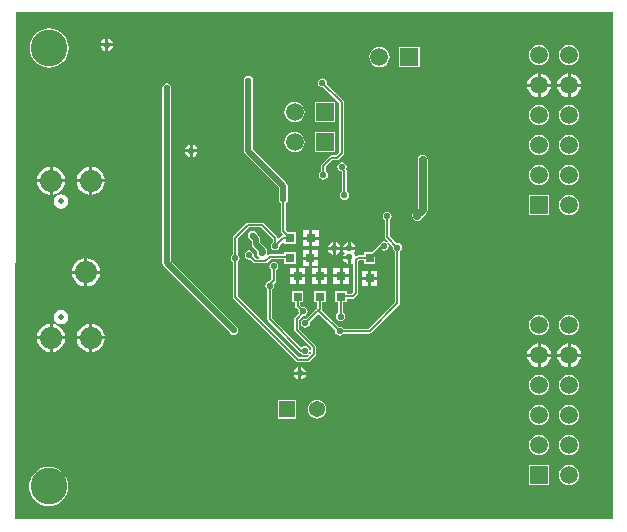
<source format=gbr>
%TF.GenerationSoftware,Altium Limited,Altium Designer,19.1.7 (138)*%
G04 Layer_Physical_Order=2*
G04 Layer_Color=16711680*
%FSLAX45Y45*%
%MOMM*%
%TF.FileFunction,Copper,L2,Bot,Signal*%
%TF.Part,Single*%
G01*
G75*
%TA.AperFunction,SMDPad,CuDef*%
%ADD12R,0.80000X0.80000*%
%ADD18R,0.80000X0.80000*%
%TA.AperFunction,Conductor*%
%ADD22C,0.20320*%
%ADD23C,0.50800*%
%ADD24C,0.63500*%
%ADD25C,0.25400*%
%TA.AperFunction,ComponentPad*%
%ADD26C,1.37000*%
%ADD27R,1.37000X1.37000*%
%ADD28C,1.50000*%
%ADD29R,1.50000X1.50000*%
%TA.AperFunction,WasherPad*%
%ADD30C,3.10000*%
%TA.AperFunction,ComponentPad*%
%ADD31C,1.87500*%
%ADD32C,0.50000*%
%TA.AperFunction,ViaPad*%
%ADD33C,0.55880*%
G36*
X8369300Y3317240D02*
X8361680Y3309620D01*
X3318606D01*
X3309631Y3318606D01*
X3314692Y7602656D01*
X3319780Y7604760D01*
X8369300D01*
Y3317240D01*
D02*
G37*
%LPC*%
G36*
X4099560Y7379759D02*
Y7340600D01*
X4138719D01*
X4137105Y7348712D01*
X4125316Y7366356D01*
X4107672Y7378145D01*
X4099560Y7379759D01*
D02*
G37*
G36*
X4074160D02*
X4066048Y7378145D01*
X4048404Y7366356D01*
X4036615Y7348712D01*
X4035001Y7340600D01*
X4074160D01*
Y7379759D01*
D02*
G37*
G36*
X4138719Y7315200D02*
X4099560D01*
Y7276041D01*
X4107672Y7277655D01*
X4125316Y7289444D01*
X4137105Y7307088D01*
X4138719Y7315200D01*
D02*
G37*
G36*
X4074160D02*
X4035001D01*
X4036615Y7307088D01*
X4048404Y7289444D01*
X4066048Y7277655D01*
X4074160Y7276041D01*
Y7315200D01*
D02*
G37*
G36*
X8001000Y7324895D02*
X7978769Y7321968D01*
X7958053Y7313387D01*
X7940263Y7299737D01*
X7926613Y7281947D01*
X7918032Y7261231D01*
X7915105Y7239000D01*
X7918032Y7216769D01*
X7926613Y7196053D01*
X7940263Y7178263D01*
X7958053Y7164613D01*
X7978769Y7156032D01*
X8001000Y7153105D01*
X8023231Y7156032D01*
X8043947Y7164613D01*
X8061737Y7178263D01*
X8075387Y7196053D01*
X8083968Y7216769D01*
X8086895Y7239000D01*
X8083968Y7261231D01*
X8075387Y7281947D01*
X8061737Y7299737D01*
X8043947Y7313387D01*
X8023231Y7321968D01*
X8001000Y7324895D01*
D02*
G37*
G36*
X7747000D02*
X7724769Y7321968D01*
X7704053Y7313387D01*
X7686263Y7299737D01*
X7672613Y7281947D01*
X7664032Y7261231D01*
X7661105Y7239000D01*
X7664032Y7216769D01*
X7672613Y7196053D01*
X7686263Y7178263D01*
X7704053Y7164613D01*
X7724769Y7156032D01*
X7747000Y7153105D01*
X7769231Y7156032D01*
X7789947Y7164613D01*
X7807737Y7178263D01*
X7821387Y7196053D01*
X7829968Y7216769D01*
X7832895Y7239000D01*
X7829968Y7261231D01*
X7821387Y7281947D01*
X7807737Y7299737D01*
X7789947Y7313387D01*
X7769231Y7321968D01*
X7747000Y7324895D01*
D02*
G37*
G36*
X6735160Y7310160D02*
X6564840D01*
Y7139840D01*
X6735160D01*
Y7310160D01*
D02*
G37*
G36*
X6396000Y7310895D02*
X6373769Y7307968D01*
X6353053Y7299387D01*
X6335263Y7285737D01*
X6321613Y7267947D01*
X6313032Y7247231D01*
X6310105Y7225000D01*
X6313032Y7202769D01*
X6321613Y7182053D01*
X6335263Y7164263D01*
X6353053Y7150613D01*
X6373769Y7142032D01*
X6396000Y7139105D01*
X6418231Y7142032D01*
X6438947Y7150613D01*
X6456737Y7164263D01*
X6470387Y7182053D01*
X6478968Y7202769D01*
X6481895Y7225000D01*
X6478968Y7247231D01*
X6470387Y7267947D01*
X6456737Y7285737D01*
X6438947Y7299387D01*
X6418231Y7307968D01*
X6396000Y7310895D01*
D02*
G37*
G36*
X3600000Y7465959D02*
X3567623Y7462770D01*
X3536490Y7453326D01*
X3507798Y7437990D01*
X3482649Y7417351D01*
X3462010Y7392202D01*
X3446674Y7363510D01*
X3437230Y7332377D01*
X3434041Y7300000D01*
X3437230Y7267623D01*
X3446674Y7236490D01*
X3462010Y7207798D01*
X3482649Y7182649D01*
X3507798Y7162010D01*
X3536490Y7146674D01*
X3567623Y7137230D01*
X3600000Y7134041D01*
X3632377Y7137230D01*
X3663510Y7146674D01*
X3692202Y7162010D01*
X3717351Y7182649D01*
X3737990Y7207798D01*
X3753326Y7236490D01*
X3762770Y7267623D01*
X3765959Y7300000D01*
X3762770Y7332377D01*
X3753326Y7363510D01*
X3737990Y7392202D01*
X3717351Y7417351D01*
X3692202Y7437990D01*
X3663510Y7453326D01*
X3632377Y7462770D01*
X3600000Y7465959D01*
D02*
G37*
G36*
X8013700Y7084594D02*
Y6997700D01*
X8100594D01*
X8098816Y7011210D01*
X8088699Y7035633D01*
X8072606Y7056606D01*
X8051633Y7072699D01*
X8027210Y7082816D01*
X8013700Y7084594D01*
D02*
G37*
G36*
X7759700D02*
Y6997700D01*
X7846594D01*
X7844816Y7011210D01*
X7834699Y7035633D01*
X7818606Y7056606D01*
X7797633Y7072699D01*
X7773210Y7082816D01*
X7759700Y7084594D01*
D02*
G37*
G36*
X7734300D02*
X7720790Y7082816D01*
X7696367Y7072699D01*
X7675394Y7056606D01*
X7659301Y7035633D01*
X7649184Y7011210D01*
X7647406Y6997700D01*
X7734300D01*
Y7084594D01*
D02*
G37*
G36*
X7988300D02*
X7974790Y7082816D01*
X7950367Y7072699D01*
X7929394Y7056606D01*
X7913301Y7035633D01*
X7903184Y7011210D01*
X7901406Y6997700D01*
X7988300D01*
Y7084594D01*
D02*
G37*
G36*
X8100594Y6972300D02*
X8013700D01*
Y6885406D01*
X8027210Y6887184D01*
X8051633Y6897301D01*
X8072606Y6913394D01*
X8088699Y6934367D01*
X8098816Y6958790D01*
X8100594Y6972300D01*
D02*
G37*
G36*
X7846594D02*
X7759700D01*
Y6885406D01*
X7773210Y6887184D01*
X7797633Y6897301D01*
X7818606Y6913394D01*
X7834699Y6934367D01*
X7844816Y6958790D01*
X7846594Y6972300D01*
D02*
G37*
G36*
X7734300D02*
X7647406D01*
X7649184Y6958790D01*
X7659301Y6934367D01*
X7675394Y6913394D01*
X7696367Y6897301D01*
X7720790Y6887184D01*
X7734300Y6885406D01*
Y6972300D01*
D02*
G37*
G36*
X7988300D02*
X7901406D01*
X7903184Y6958790D01*
X7913301Y6934367D01*
X7929394Y6913394D01*
X7950367Y6897301D01*
X7974790Y6887184D01*
X7988300Y6885406D01*
Y6972300D01*
D02*
G37*
G36*
X6016883Y6841485D02*
X5846563D01*
Y6671165D01*
X6016883D01*
Y6841485D01*
D02*
G37*
G36*
X5677723Y6842220D02*
X5655492Y6839293D01*
X5634776Y6830712D01*
X5616986Y6817062D01*
X5603336Y6799273D01*
X5594755Y6778556D01*
X5591828Y6756325D01*
X5594755Y6734094D01*
X5603336Y6713378D01*
X5616986Y6695589D01*
X5634776Y6681938D01*
X5655492Y6673357D01*
X5677723Y6670431D01*
X5699954Y6673357D01*
X5720670Y6681938D01*
X5738460Y6695589D01*
X5752110Y6713378D01*
X5760691Y6734094D01*
X5763618Y6756325D01*
X5760691Y6778556D01*
X5752110Y6799273D01*
X5738460Y6817062D01*
X5720670Y6830712D01*
X5699954Y6839293D01*
X5677723Y6842220D01*
D02*
G37*
G36*
X8001000Y6816895D02*
X7978769Y6813968D01*
X7958053Y6805387D01*
X7940263Y6791737D01*
X7926613Y6773947D01*
X7918032Y6753231D01*
X7915105Y6731000D01*
X7918032Y6708769D01*
X7926613Y6688053D01*
X7940263Y6670263D01*
X7958053Y6656613D01*
X7978769Y6648032D01*
X8001000Y6645105D01*
X8023231Y6648032D01*
X8043947Y6656613D01*
X8061737Y6670263D01*
X8075387Y6688053D01*
X8083968Y6708769D01*
X8086895Y6731000D01*
X8083968Y6753231D01*
X8075387Y6773947D01*
X8061737Y6791737D01*
X8043947Y6805387D01*
X8023231Y6813968D01*
X8001000Y6816895D01*
D02*
G37*
G36*
X7747000D02*
X7724769Y6813968D01*
X7704053Y6805387D01*
X7686263Y6791737D01*
X7672613Y6773947D01*
X7664032Y6753231D01*
X7661105Y6731000D01*
X7664032Y6708769D01*
X7672613Y6688053D01*
X7686263Y6670263D01*
X7704053Y6656613D01*
X7724769Y6648032D01*
X7747000Y6645105D01*
X7769231Y6648032D01*
X7789947Y6656613D01*
X7807737Y6670263D01*
X7821387Y6688053D01*
X7829968Y6708769D01*
X7832895Y6731000D01*
X7829968Y6753231D01*
X7821387Y6773947D01*
X7807737Y6791737D01*
X7789947Y6805387D01*
X7769231Y6813968D01*
X7747000Y6816895D01*
D02*
G37*
G36*
X4813300Y6483139D02*
Y6443980D01*
X4852459D01*
X4850845Y6452092D01*
X4839056Y6469736D01*
X4821412Y6481525D01*
X4813300Y6483139D01*
D02*
G37*
G36*
X4787900D02*
X4779788Y6481525D01*
X4762144Y6469736D01*
X4750355Y6452092D01*
X4748741Y6443980D01*
X4787900D01*
Y6483139D01*
D02*
G37*
G36*
X6016883Y6587485D02*
X5846563D01*
Y6417165D01*
X6016883D01*
Y6587485D01*
D02*
G37*
G36*
X5677723Y6588220D02*
X5655492Y6585293D01*
X5634776Y6576712D01*
X5616986Y6563062D01*
X5603336Y6545273D01*
X5594755Y6524556D01*
X5591828Y6502325D01*
X5594755Y6480094D01*
X5603336Y6459378D01*
X5616986Y6441589D01*
X5634776Y6427938D01*
X5655492Y6419357D01*
X5677723Y6416431D01*
X5699954Y6419357D01*
X5720670Y6427938D01*
X5738460Y6441589D01*
X5752110Y6459378D01*
X5760691Y6480094D01*
X5763618Y6502325D01*
X5760691Y6524556D01*
X5752110Y6545273D01*
X5738460Y6563062D01*
X5720670Y6576712D01*
X5699954Y6585293D01*
X5677723Y6588220D01*
D02*
G37*
G36*
X5913120Y7044167D02*
X5898254Y7041209D01*
X5885651Y7032789D01*
X5877231Y7020186D01*
X5874273Y7005320D01*
X5877231Y6990454D01*
X5885651Y6977851D01*
X5898254Y6969431D01*
X5913120Y6966473D01*
X5921083Y6968057D01*
X6057502Y6831638D01*
Y6422082D01*
X6028998Y6393578D01*
X5989321D01*
X5989320Y6393578D01*
X5981392Y6392001D01*
X5974670Y6387510D01*
X5974670Y6387509D01*
X5906090Y6318930D01*
X5901599Y6312209D01*
X5900022Y6304280D01*
X5900022Y6304279D01*
Y6254979D01*
X5893271Y6250469D01*
X5884851Y6237866D01*
X5881893Y6223000D01*
X5884851Y6208134D01*
X5893271Y6195531D01*
X5905874Y6187111D01*
X5920740Y6184153D01*
X5935606Y6187111D01*
X5948209Y6195531D01*
X5956629Y6208134D01*
X5959587Y6223000D01*
X5956629Y6237866D01*
X5948209Y6250469D01*
X5941458Y6254979D01*
Y6295698D01*
X5997902Y6352142D01*
X6037579D01*
X6037580Y6352142D01*
X6045509Y6353719D01*
X6052230Y6358210D01*
X6092869Y6398850D01*
X6092870Y6398850D01*
X6097361Y6405571D01*
X6098938Y6413500D01*
Y6840219D01*
X6098938Y6840220D01*
X6097361Y6848148D01*
X6092870Y6854870D01*
X6092869Y6854870D01*
X5950383Y6997357D01*
X5951967Y7005320D01*
X5949009Y7020186D01*
X5940589Y7032789D01*
X5927986Y7041209D01*
X5913120Y7044167D01*
D02*
G37*
G36*
X8001000Y6562895D02*
X7978769Y6559968D01*
X7958053Y6551387D01*
X7940263Y6537737D01*
X7926613Y6519947D01*
X7918032Y6499231D01*
X7915105Y6477000D01*
X7918032Y6454769D01*
X7926613Y6434053D01*
X7940263Y6416263D01*
X7958053Y6402613D01*
X7978769Y6394032D01*
X8001000Y6391105D01*
X8023231Y6394032D01*
X8043947Y6402613D01*
X8061737Y6416263D01*
X8075387Y6434053D01*
X8083968Y6454769D01*
X8086895Y6477000D01*
X8083968Y6499231D01*
X8075387Y6519947D01*
X8061737Y6537737D01*
X8043947Y6551387D01*
X8023231Y6559968D01*
X8001000Y6562895D01*
D02*
G37*
G36*
X7747000D02*
X7724769Y6559968D01*
X7704053Y6551387D01*
X7686263Y6537737D01*
X7672613Y6519947D01*
X7664032Y6499231D01*
X7661105Y6477000D01*
X7664032Y6454769D01*
X7672613Y6434053D01*
X7686263Y6416263D01*
X7704053Y6402613D01*
X7724769Y6394032D01*
X7747000Y6391105D01*
X7769231Y6394032D01*
X7789947Y6402613D01*
X7807737Y6416263D01*
X7821387Y6434053D01*
X7829968Y6454769D01*
X7832895Y6477000D01*
X7829968Y6499231D01*
X7821387Y6519947D01*
X7807737Y6537737D01*
X7789947Y6551387D01*
X7769231Y6559968D01*
X7747000Y6562895D01*
D02*
G37*
G36*
X4852459Y6418580D02*
X4813300D01*
Y6379421D01*
X4821412Y6381035D01*
X4839056Y6392824D01*
X4850845Y6410468D01*
X4852459Y6418580D01*
D02*
G37*
G36*
X4787900D02*
X4748741D01*
X4750355Y6410468D01*
X4762144Y6392824D01*
X4779788Y6381035D01*
X4787900Y6379421D01*
Y6418580D01*
D02*
G37*
G36*
X3963200Y6294506D02*
Y6188700D01*
X4069006D01*
X4066583Y6207104D01*
X4054577Y6236089D01*
X4035479Y6260979D01*
X4010589Y6280077D01*
X3981604Y6292083D01*
X3963200Y6294506D01*
D02*
G37*
G36*
X3628200D02*
Y6188700D01*
X3734006D01*
X3731583Y6207104D01*
X3719577Y6236089D01*
X3700479Y6260979D01*
X3675589Y6280077D01*
X3646604Y6292083D01*
X3628200Y6294506D01*
D02*
G37*
G36*
X3937800D02*
X3919396Y6292083D01*
X3890411Y6280077D01*
X3865521Y6260979D01*
X3846423Y6236089D01*
X3834417Y6207104D01*
X3831994Y6188700D01*
X3937800D01*
Y6294506D01*
D02*
G37*
G36*
X3602800D02*
X3584396Y6292083D01*
X3555411Y6280077D01*
X3530521Y6260979D01*
X3511423Y6236089D01*
X3499417Y6207104D01*
X3496994Y6188700D01*
X3602800D01*
Y6294506D01*
D02*
G37*
G36*
X8001000Y6308895D02*
X7978769Y6305968D01*
X7958053Y6297387D01*
X7940263Y6283737D01*
X7926613Y6265947D01*
X7918032Y6245231D01*
X7915105Y6223000D01*
X7918032Y6200769D01*
X7926613Y6180053D01*
X7940263Y6162263D01*
X7958053Y6148613D01*
X7978769Y6140032D01*
X8001000Y6137105D01*
X8023231Y6140032D01*
X8043947Y6148613D01*
X8061737Y6162263D01*
X8075387Y6180053D01*
X8083968Y6200769D01*
X8086895Y6223000D01*
X8083968Y6245231D01*
X8075387Y6265947D01*
X8061737Y6283737D01*
X8043947Y6297387D01*
X8023231Y6305968D01*
X8001000Y6308895D01*
D02*
G37*
G36*
X7747000D02*
X7724769Y6305968D01*
X7704053Y6297387D01*
X7686263Y6283737D01*
X7672613Y6265947D01*
X7664032Y6245231D01*
X7661105Y6223000D01*
X7664032Y6200769D01*
X7672613Y6180053D01*
X7686263Y6162263D01*
X7704053Y6148613D01*
X7724769Y6140032D01*
X7747000Y6137105D01*
X7769231Y6140032D01*
X7789947Y6148613D01*
X7807737Y6162263D01*
X7821387Y6180053D01*
X7829968Y6200769D01*
X7832895Y6223000D01*
X7829968Y6245231D01*
X7821387Y6265947D01*
X7807737Y6283737D01*
X7789947Y6297387D01*
X7769231Y6305968D01*
X7747000Y6308895D01*
D02*
G37*
G36*
X4069006Y6163300D02*
X3963200D01*
Y6057494D01*
X3981604Y6059917D01*
X4010589Y6071923D01*
X4035479Y6091021D01*
X4054577Y6115911D01*
X4066583Y6144896D01*
X4069006Y6163300D01*
D02*
G37*
G36*
X3734006D02*
X3628200D01*
Y6057494D01*
X3646604Y6059917D01*
X3675589Y6071923D01*
X3700479Y6091021D01*
X3719577Y6115911D01*
X3731583Y6144896D01*
X3734006Y6163300D01*
D02*
G37*
G36*
X3602800D02*
X3496994D01*
X3499417Y6144896D01*
X3511423Y6115911D01*
X3530521Y6091021D01*
X3555411Y6071923D01*
X3584396Y6059917D01*
X3602800Y6057494D01*
Y6163300D01*
D02*
G37*
G36*
X3937800D02*
X3831994D01*
X3834417Y6144896D01*
X3846423Y6115911D01*
X3865521Y6091021D01*
X3890411Y6071923D01*
X3919396Y6059917D01*
X3937800Y6057494D01*
Y6163300D01*
D02*
G37*
G36*
X6078220Y6332967D02*
X6063354Y6330009D01*
X6050751Y6321589D01*
X6042331Y6308986D01*
X6039373Y6294120D01*
X6042331Y6279254D01*
X6050751Y6266651D01*
X6063354Y6258231D01*
X6074693Y6255975D01*
X6077822Y6252846D01*
Y6084799D01*
X6071071Y6080289D01*
X6062651Y6067686D01*
X6059693Y6052820D01*
X6062651Y6037954D01*
X6071071Y6025351D01*
X6083674Y6016931D01*
X6098540Y6013973D01*
X6113406Y6016931D01*
X6126009Y6025351D01*
X6134429Y6037954D01*
X6137387Y6052820D01*
X6134429Y6067686D01*
X6126009Y6080289D01*
X6119258Y6084799D01*
Y6261427D01*
X6119258Y6261428D01*
X6117681Y6269357D01*
X6113190Y6276078D01*
X6112469Y6276799D01*
X6114109Y6279254D01*
X6117067Y6294120D01*
X6114109Y6308986D01*
X6105689Y6321589D01*
X6093086Y6330009D01*
X6078220Y6332967D01*
D02*
G37*
G36*
X3700500Y6062338D02*
X3677027Y6057669D01*
X3657127Y6044373D01*
X3643831Y6024473D01*
X3639162Y6001000D01*
X3643831Y5977527D01*
X3657127Y5957627D01*
X3677027Y5944331D01*
X3700500Y5939661D01*
X3723973Y5944331D01*
X3743873Y5957627D01*
X3757170Y5977527D01*
X3761839Y6001000D01*
X3757170Y6024473D01*
X3743873Y6044373D01*
X3723973Y6057669D01*
X3700500Y6062338D01*
D02*
G37*
G36*
X7832160Y6054160D02*
X7661840D01*
Y5883840D01*
X7832160D01*
Y6054160D01*
D02*
G37*
G36*
X8001000Y6054895D02*
X7978769Y6051968D01*
X7958053Y6043387D01*
X7940263Y6029737D01*
X7926613Y6011947D01*
X7918032Y5991231D01*
X7915105Y5969000D01*
X7918032Y5946769D01*
X7926613Y5926053D01*
X7940263Y5908263D01*
X7958053Y5894613D01*
X7978769Y5886032D01*
X8001000Y5883105D01*
X8023231Y5886032D01*
X8043947Y5894613D01*
X8061737Y5908263D01*
X8075387Y5926053D01*
X8083968Y5946769D01*
X8086895Y5969000D01*
X8083968Y5991231D01*
X8075387Y6011947D01*
X8061737Y6029737D01*
X8043947Y6043387D01*
X8023231Y6051968D01*
X8001000Y6054895D01*
D02*
G37*
G36*
X6761480Y6395271D02*
X6745127Y6392018D01*
X6731264Y6382756D01*
X6722002Y6368893D01*
X6718749Y6352540D01*
Y5946060D01*
X6685544Y5912856D01*
X6676282Y5898993D01*
X6673029Y5882640D01*
Y5878830D01*
X6676282Y5862477D01*
X6685544Y5848614D01*
X6699407Y5839352D01*
X6715760Y5836099D01*
X6732113Y5839352D01*
X6745976Y5848614D01*
X6753647Y5860096D01*
X6791695Y5898144D01*
X6791696Y5898144D01*
X6800958Y5912007D01*
X6804211Y5928360D01*
Y6352540D01*
X6800958Y6368893D01*
X6791696Y6382756D01*
X6777833Y6392018D01*
X6761480Y6395271D01*
D02*
G37*
G36*
X5880596Y5755008D02*
X5827896D01*
Y5702308D01*
X5880596D01*
Y5755008D01*
D02*
G37*
G36*
X5802496D02*
X5749796D01*
Y5702308D01*
X5802496D01*
Y5755008D01*
D02*
G37*
G36*
X5285740Y7061947D02*
X5270874Y7058989D01*
X5258271Y7050569D01*
X5249851Y7037966D01*
X5246893Y7023100D01*
X5249483Y7010080D01*
Y6431281D01*
X5249483Y6431280D01*
X5252243Y6417405D01*
X5260103Y6405643D01*
X5546663Y6119082D01*
Y6032820D01*
X5544073Y6019800D01*
X5547031Y6004934D01*
X5555451Y5992331D01*
X5562202Y5987821D01*
Y5746885D01*
X5562202Y5746884D01*
X5563779Y5738955D01*
X5568270Y5732234D01*
X5577780Y5722724D01*
X5577847Y5721574D01*
X5573261Y5709282D01*
X5570580Y5708749D01*
X5563858Y5704258D01*
X5563858Y5704257D01*
X5545447Y5685846D01*
X5542119Y5687225D01*
X5533796Y5692157D01*
X5532541Y5698468D01*
X5528050Y5705190D01*
X5417230Y5816010D01*
X5410509Y5820501D01*
X5402580Y5822078D01*
X5402579Y5822078D01*
X5280661D01*
X5280660Y5822078D01*
X5272732Y5820501D01*
X5266010Y5816010D01*
X5266010Y5816009D01*
X5159330Y5709330D01*
X5154839Y5702609D01*
X5153262Y5694680D01*
X5153262Y5694679D01*
Y5551399D01*
X5146511Y5546889D01*
X5138091Y5534286D01*
X5135133Y5519420D01*
X5138091Y5504554D01*
X5146511Y5491951D01*
X5153262Y5487441D01*
Y5194301D01*
X5153262Y5194300D01*
X5154839Y5186371D01*
X5159330Y5179650D01*
X5692730Y4646251D01*
X5692730Y4646250D01*
X5699452Y4641759D01*
X5707380Y4640182D01*
X5791199D01*
X5791200Y4640182D01*
X5799129Y4641759D01*
X5805850Y4646250D01*
X5854109Y4694510D01*
X5854110Y4694510D01*
X5858601Y4701232D01*
X5860178Y4709160D01*
X5860178Y4709161D01*
Y4770120D01*
X5858601Y4778049D01*
X5854110Y4784770D01*
X5854109Y4784770D01*
X5810930Y4827950D01*
X5810929Y4827950D01*
X5715398Y4923482D01*
Y5000298D01*
X5747393Y5032293D01*
X5749000Y5031973D01*
X5763866Y5034930D01*
X5776469Y5043351D01*
X5784889Y5055954D01*
X5787846Y5070820D01*
X5784889Y5085686D01*
X5776469Y5098289D01*
X5763866Y5106709D01*
X5749000Y5109666D01*
X5741037Y5108082D01*
X5723010Y5126110D01*
Y5145536D01*
X5752452D01*
Y5245856D01*
X5652132D01*
Y5145536D01*
X5681574D01*
Y5117529D01*
X5681574Y5117528D01*
X5683151Y5109599D01*
X5687642Y5102878D01*
X5711737Y5078783D01*
X5710153Y5070820D01*
X5713002Y5056501D01*
X5680030Y5023530D01*
X5675539Y5016809D01*
X5673962Y5008880D01*
X5673962Y5008879D01*
Y4914901D01*
X5673962Y4914900D01*
X5675539Y4906971D01*
X5680030Y4900250D01*
X5781630Y4798650D01*
X5781631Y4798650D01*
X5818742Y4761538D01*
Y4717742D01*
X5804337Y4703337D01*
X5794472Y4711432D01*
X5801689Y4722234D01*
X5804647Y4737100D01*
X5801689Y4751966D01*
X5793269Y4764569D01*
X5780666Y4772989D01*
X5765800Y4775947D01*
X5750934Y4772989D01*
X5738332Y4764569D01*
X5734945Y4764235D01*
X5488512Y5010668D01*
Y5256301D01*
X5495262Y5260811D01*
X5503683Y5273414D01*
X5506640Y5288280D01*
X5503683Y5303146D01*
X5503144Y5303953D01*
X5516289Y5317098D01*
X5516290Y5317099D01*
X5520781Y5323820D01*
X5522358Y5331749D01*
Y5418861D01*
X5529109Y5423371D01*
X5537529Y5435974D01*
X5540487Y5450840D01*
X5537529Y5465706D01*
X5529109Y5478309D01*
X5516506Y5486729D01*
X5501640Y5489687D01*
X5486774Y5486729D01*
X5474171Y5478309D01*
X5465751Y5465706D01*
X5462793Y5450840D01*
X5465751Y5435974D01*
X5474171Y5423371D01*
X5480922Y5418861D01*
Y5340330D01*
X5467699Y5327108D01*
X5452928Y5324169D01*
X5440325Y5315749D01*
X5431904Y5303146D01*
X5428947Y5288280D01*
X5431904Y5273414D01*
X5440325Y5260811D01*
X5447076Y5256301D01*
Y5002088D01*
X5447075Y5002086D01*
X5448653Y4994158D01*
X5453144Y4987436D01*
X5718130Y4722451D01*
X5718130Y4722450D01*
X5724852Y4717959D01*
X5732780Y4716382D01*
X5732781Y4716382D01*
X5733821D01*
X5738331Y4709631D01*
X5750934Y4701211D01*
X5765800Y4698253D01*
X5780666Y4701211D01*
X5791468Y4708428D01*
X5799563Y4698563D01*
X5782618Y4681618D01*
X5715962D01*
X5194698Y5202882D01*
Y5487441D01*
X5201449Y5491951D01*
X5209869Y5504554D01*
X5212827Y5519420D01*
X5209869Y5534286D01*
X5201449Y5546889D01*
X5194698Y5551399D01*
Y5686098D01*
X5289242Y5780642D01*
X5393998D01*
X5492682Y5681958D01*
Y5656479D01*
X5485931Y5651969D01*
X5477511Y5639366D01*
X5474553Y5624500D01*
X5477511Y5609634D01*
X5485931Y5597031D01*
X5498534Y5588611D01*
X5513400Y5585654D01*
X5528266Y5588611D01*
X5540869Y5597031D01*
X5549289Y5609634D01*
X5552246Y5624500D01*
X5550663Y5632463D01*
X5577336Y5659136D01*
X5590036Y5653876D01*
Y5639448D01*
X5690356D01*
Y5739768D01*
X5619336D01*
X5603638Y5755466D01*
Y5987821D01*
X5610389Y5992331D01*
X5618809Y6004934D01*
X5621767Y6019800D01*
X5619177Y6032820D01*
Y6134099D01*
X5619177Y6134100D01*
X5616417Y6147975D01*
X5608557Y6159737D01*
X5608557Y6159738D01*
X5321997Y6446298D01*
Y7010080D01*
X5324587Y7023100D01*
X5321629Y7037966D01*
X5313209Y7050569D01*
X5300606Y7058989D01*
X5285740Y7061947D01*
D02*
G37*
G36*
X6461760Y5913867D02*
X6446894Y5910909D01*
X6434291Y5902489D01*
X6425871Y5889886D01*
X6422913Y5875020D01*
X6425871Y5860154D01*
X6434291Y5847551D01*
X6441042Y5843041D01*
Y5697221D01*
X6441042Y5697220D01*
X6442619Y5689291D01*
X6447110Y5682570D01*
X6467583Y5662097D01*
X6459488Y5652233D01*
X6448686Y5659449D01*
X6433820Y5662407D01*
X6418954Y5659449D01*
X6406351Y5651029D01*
X6398839Y5639785D01*
X6396209Y5639262D01*
X6388647Y5634209D01*
X6329098Y5574660D01*
X6261740D01*
Y5545218D01*
X6217920D01*
X6209991Y5543641D01*
X6203270Y5539150D01*
X6201016Y5539079D01*
X6190538Y5542258D01*
X6189425Y5547852D01*
X6177874Y5565140D01*
X6189425Y5582428D01*
X6191039Y5590540D01*
X6087321D01*
X6088935Y5582428D01*
X6100486Y5565140D01*
X6088935Y5547852D01*
X6087321Y5539740D01*
X6139180D01*
Y5527040D01*
X6151880D01*
Y5475181D01*
X6159992Y5476795D01*
X6163141Y5478899D01*
X6174342Y5472912D01*
Y5233362D01*
X6161078Y5220098D01*
X6120752D01*
Y5245856D01*
X6020432D01*
Y5145536D01*
X6047022D01*
Y5056840D01*
X6040271Y5052329D01*
X6031851Y5039727D01*
X6028893Y5024861D01*
X6031851Y5009995D01*
X6040271Y4997392D01*
X6052874Y4988971D01*
X6067740Y4986014D01*
X6082606Y4988971D01*
X6095209Y4997392D01*
X6103629Y5009995D01*
X6106586Y5024861D01*
X6103629Y5039727D01*
X6095209Y5052329D01*
X6088458Y5056840D01*
Y5145536D01*
X6120752D01*
Y5178662D01*
X6169659D01*
X6169660Y5178662D01*
X6177589Y5180239D01*
X6184310Y5184730D01*
X6209709Y5210130D01*
X6209710Y5210130D01*
X6214201Y5216851D01*
X6215778Y5224780D01*
Y5493058D01*
X6226502Y5503782D01*
X6261740D01*
Y5474340D01*
X6362060D01*
Y5541698D01*
X6412407Y5592045D01*
X6418954Y5587671D01*
X6433820Y5584713D01*
X6448686Y5587671D01*
X6461289Y5596091D01*
X6469709Y5608694D01*
X6472667Y5623560D01*
X6469709Y5638426D01*
X6462493Y5649228D01*
X6472357Y5657323D01*
X6510857Y5618823D01*
X6509273Y5610860D01*
X6512231Y5595994D01*
X6520651Y5583391D01*
X6527402Y5578881D01*
Y5147002D01*
X6303318Y4922918D01*
X6089879D01*
X6085369Y4929669D01*
X6072766Y4938089D01*
X6057900Y4941047D01*
X6049937Y4939463D01*
X5907471Y5081929D01*
X5909307Y5084678D01*
X5910885Y5092607D01*
X5910885Y5092608D01*
Y5145536D01*
X5940326D01*
Y5245856D01*
X5840007D01*
Y5145536D01*
X5869449D01*
Y5101188D01*
X5855290Y5087030D01*
X5855290Y5087029D01*
X5776303Y5008043D01*
X5768340Y5009627D01*
X5753474Y5006669D01*
X5740871Y4998249D01*
X5732451Y4985646D01*
X5729493Y4970780D01*
X5732451Y4955914D01*
X5740871Y4943311D01*
X5753474Y4934891D01*
X5768340Y4931933D01*
X5783206Y4934891D01*
X5795809Y4943311D01*
X5804229Y4955914D01*
X5807187Y4970780D01*
X5805603Y4978743D01*
X5869977Y5043117D01*
X5887683D01*
X6020637Y4910163D01*
X6019053Y4902200D01*
X6022011Y4887334D01*
X6030431Y4874731D01*
X6043034Y4866311D01*
X6057900Y4863353D01*
X6072766Y4866311D01*
X6085369Y4874731D01*
X6089879Y4881482D01*
X6311899D01*
X6311900Y4881482D01*
X6319829Y4883059D01*
X6326550Y4887550D01*
X6562769Y5123770D01*
X6562770Y5123770D01*
X6567261Y5130492D01*
X6568838Y5138420D01*
X6568838Y5138421D01*
Y5578881D01*
X6575589Y5583391D01*
X6584009Y5595994D01*
X6586967Y5610860D01*
X6584009Y5625726D01*
X6575589Y5638329D01*
X6562986Y5646749D01*
X6548120Y5649707D01*
X6540157Y5648123D01*
X6482478Y5705802D01*
Y5843041D01*
X6489229Y5847551D01*
X6497649Y5860154D01*
X6500607Y5875020D01*
X6497649Y5889886D01*
X6489229Y5902489D01*
X6476626Y5910909D01*
X6461760Y5913867D01*
D02*
G37*
G36*
X5880596Y5676908D02*
X5827896D01*
Y5624208D01*
X5880596D01*
Y5676908D01*
D02*
G37*
G36*
X5802496D02*
X5749796D01*
Y5624208D01*
X5802496D01*
Y5676908D01*
D02*
G37*
G36*
X6151880Y5655099D02*
Y5615940D01*
X6191039D01*
X6189425Y5624052D01*
X6177636Y5641696D01*
X6159992Y5653485D01*
X6151880Y5655099D01*
D02*
G37*
G36*
X6126480D02*
X6118368Y5653485D01*
X6100724Y5641696D01*
X6088935Y5624052D01*
X6087321Y5615940D01*
X6126480D01*
Y5655099D01*
D02*
G37*
G36*
X6024880D02*
Y5615940D01*
X6064039D01*
X6062425Y5624052D01*
X6050636Y5641696D01*
X6032992Y5653485D01*
X6024880Y5655099D01*
D02*
G37*
G36*
X5999480D02*
X5991368Y5653485D01*
X5973724Y5641696D01*
X5961935Y5624052D01*
X5960321Y5615940D01*
X5999480D01*
Y5655099D01*
D02*
G37*
G36*
X6064039Y5590540D02*
X6024880D01*
Y5551381D01*
X6032992Y5552995D01*
X6050636Y5564784D01*
X6062425Y5582428D01*
X6064039Y5590540D01*
D02*
G37*
G36*
X5999480D02*
X5960321D01*
X5961935Y5582428D01*
X5973724Y5564784D01*
X5991368Y5552995D01*
X5999480Y5551381D01*
Y5590540D01*
D02*
G37*
G36*
X5876669Y5587281D02*
X5823970D01*
Y5534580D01*
X5876669D01*
Y5587281D01*
D02*
G37*
G36*
X5798570D02*
X5745870D01*
Y5534580D01*
X5798570D01*
Y5587281D01*
D02*
G37*
G36*
X5321300Y5751307D02*
X5306434Y5748349D01*
X5293831Y5739929D01*
X5285411Y5727326D01*
X5282453Y5712460D01*
X5285411Y5697594D01*
X5293831Y5684991D01*
X5294372Y5684630D01*
X5295663Y5682699D01*
X5313811Y5664551D01*
Y5637974D01*
X5313810Y5637973D01*
X5316571Y5624098D01*
X5324430Y5612335D01*
X5360492Y5576273D01*
X5358278Y5565140D01*
X5361235Y5550274D01*
X5369656Y5537671D01*
X5371250Y5536606D01*
X5374459Y5519350D01*
X5373011Y5517278D01*
X5352742D01*
X5330623Y5539397D01*
X5332207Y5547360D01*
X5329249Y5562226D01*
X5320829Y5574829D01*
X5308226Y5583249D01*
X5293360Y5586207D01*
X5278494Y5583249D01*
X5265891Y5574829D01*
X5257471Y5562226D01*
X5254513Y5547360D01*
X5257471Y5532494D01*
X5265891Y5519891D01*
X5278494Y5511471D01*
X5293360Y5508513D01*
X5301323Y5510097D01*
X5329510Y5481911D01*
X5329510Y5481910D01*
X5336232Y5477419D01*
X5344160Y5475842D01*
X5344161Y5475842D01*
X5430519D01*
X5430520Y5475842D01*
X5438449Y5477419D01*
X5445170Y5481910D01*
X5477202Y5513942D01*
X5586110D01*
Y5471721D01*
X5686430D01*
Y5572041D01*
X5586110D01*
Y5555378D01*
X5468621D01*
X5468620Y5555378D01*
X5460691Y5553801D01*
X5453970Y5549310D01*
X5452056Y5547396D01*
X5441387Y5554687D01*
X5443541Y5565516D01*
X5443541Y5565517D01*
Y5580755D01*
X5443541Y5580756D01*
X5440781Y5594631D01*
X5432922Y5606393D01*
X5386324Y5652991D01*
Y5679568D01*
X5386324Y5679569D01*
X5383564Y5693444D01*
X5375705Y5705206D01*
X5375704Y5705207D01*
X5358085Y5722827D01*
X5357189Y5727326D01*
X5348769Y5739929D01*
X5336166Y5748349D01*
X5321300Y5751307D01*
D02*
G37*
G36*
X6126480Y5514340D02*
X6087321D01*
X6088935Y5506228D01*
X6100724Y5488584D01*
X6118368Y5476795D01*
X6126480Y5475181D01*
Y5514340D01*
D02*
G37*
G36*
X5876669Y5509180D02*
X5823970D01*
Y5456481D01*
X5876669D01*
Y5509180D01*
D02*
G37*
G36*
X5798570D02*
X5745870D01*
Y5456481D01*
X5798570D01*
Y5509180D01*
D02*
G37*
G36*
X3923200Y5519506D02*
Y5413700D01*
X4029006D01*
X4026583Y5432104D01*
X4014577Y5461089D01*
X3995479Y5485979D01*
X3970589Y5505077D01*
X3941604Y5517083D01*
X3923200Y5519506D01*
D02*
G37*
G36*
X3897800D02*
X3879396Y5517083D01*
X3850411Y5505077D01*
X3825521Y5485979D01*
X3806423Y5461089D01*
X3794417Y5432104D01*
X3791994Y5413700D01*
X3897800D01*
Y5519506D01*
D02*
G37*
G36*
X6135992Y5436096D02*
X6083292D01*
Y5383396D01*
X6135992D01*
Y5436096D01*
D02*
G37*
G36*
X5955566D02*
X5902866D01*
Y5383396D01*
X5955566D01*
Y5436096D01*
D02*
G37*
G36*
X5767692D02*
X5714992D01*
Y5383396D01*
X5767692D01*
Y5436096D01*
D02*
G37*
G36*
X6057892D02*
X6005192D01*
Y5383396D01*
X6057892D01*
Y5436096D01*
D02*
G37*
G36*
X5877466D02*
X5824767D01*
Y5383396D01*
X5877466D01*
Y5436096D01*
D02*
G37*
G36*
X5689592D02*
X5636892D01*
Y5383396D01*
X5689592D01*
Y5436096D01*
D02*
G37*
G36*
X6377300Y5414900D02*
X6324600D01*
Y5362200D01*
X6377300D01*
Y5414900D01*
D02*
G37*
G36*
X6299200D02*
X6246500D01*
Y5362200D01*
X6299200D01*
Y5414900D01*
D02*
G37*
G36*
X6135992Y5357996D02*
X6083292D01*
Y5305296D01*
X6135992D01*
Y5357996D01*
D02*
G37*
G36*
X6057892D02*
X6005192D01*
Y5305296D01*
X6057892D01*
Y5357996D01*
D02*
G37*
G36*
X5955566D02*
X5902866D01*
Y5305296D01*
X5955566D01*
Y5357996D01*
D02*
G37*
G36*
X5877466D02*
X5824767D01*
Y5305296D01*
X5877466D01*
Y5357996D01*
D02*
G37*
G36*
X5767692D02*
X5714992D01*
Y5305296D01*
X5767692D01*
Y5357996D01*
D02*
G37*
G36*
X5689592D02*
X5636892D01*
Y5305296D01*
X5689592D01*
Y5357996D01*
D02*
G37*
G36*
X6377300Y5336800D02*
X6324600D01*
Y5284100D01*
X6377300D01*
Y5336800D01*
D02*
G37*
G36*
X6299200D02*
X6246500D01*
Y5284100D01*
X6299200D01*
Y5336800D01*
D02*
G37*
G36*
X3897800Y5388300D02*
X3791994D01*
X3794417Y5369896D01*
X3806423Y5340911D01*
X3825521Y5316021D01*
X3850411Y5296923D01*
X3879396Y5284917D01*
X3897800Y5282494D01*
Y5388300D01*
D02*
G37*
G36*
X4029006D02*
X3923200D01*
Y5282494D01*
X3941604Y5284917D01*
X3970589Y5296923D01*
X3995479Y5316021D01*
X4014577Y5340911D01*
X4026583Y5369896D01*
X4029006Y5388300D01*
D02*
G37*
G36*
X3700500Y5082338D02*
X3677027Y5077669D01*
X3657127Y5064373D01*
X3643831Y5044473D01*
X3639162Y5021000D01*
X3643831Y4997527D01*
X3657127Y4977627D01*
X3677027Y4964330D01*
X3700500Y4959661D01*
X3723973Y4964330D01*
X3743873Y4977627D01*
X3757170Y4997527D01*
X3761839Y5021000D01*
X3757170Y5044473D01*
X3743873Y5064373D01*
X3723973Y5077669D01*
X3700500Y5082338D01*
D02*
G37*
G36*
X4594860Y7000987D02*
X4579994Y6998029D01*
X4567391Y6989609D01*
X4558971Y6977006D01*
X4556013Y6962140D01*
X4558603Y6949120D01*
Y5476241D01*
X4558603Y5476240D01*
X4561363Y5462365D01*
X4569223Y5450603D01*
X5126437Y4893389D01*
X5133811Y4882351D01*
X5146414Y4873931D01*
X5161280Y4870973D01*
X5176146Y4873931D01*
X5188749Y4882351D01*
X5197169Y4894954D01*
X5200127Y4909820D01*
X5197169Y4924686D01*
X5188749Y4937289D01*
X5177711Y4944663D01*
X4631117Y5491258D01*
Y6949120D01*
X4633707Y6962140D01*
X4630749Y6977006D01*
X4622329Y6989609D01*
X4609726Y6998029D01*
X4594860Y7000987D01*
D02*
G37*
G36*
X8001000Y5038895D02*
X7978769Y5035968D01*
X7958053Y5027387D01*
X7940263Y5013737D01*
X7926613Y4995947D01*
X7918032Y4975231D01*
X7915105Y4953000D01*
X7918032Y4930769D01*
X7926613Y4910053D01*
X7940263Y4892263D01*
X7958053Y4878613D01*
X7978769Y4870032D01*
X8001000Y4867105D01*
X8023231Y4870032D01*
X8043947Y4878613D01*
X8061737Y4892263D01*
X8075387Y4910053D01*
X8083968Y4930769D01*
X8086895Y4953000D01*
X8083968Y4975231D01*
X8075387Y4995947D01*
X8061737Y5013737D01*
X8043947Y5027387D01*
X8023231Y5035968D01*
X8001000Y5038895D01*
D02*
G37*
G36*
X7747000D02*
X7724769Y5035968D01*
X7704053Y5027387D01*
X7686263Y5013737D01*
X7672613Y4995947D01*
X7664032Y4975231D01*
X7661105Y4953000D01*
X7664032Y4930769D01*
X7672613Y4910053D01*
X7686263Y4892263D01*
X7704053Y4878613D01*
X7724769Y4870032D01*
X7747000Y4867105D01*
X7769231Y4870032D01*
X7789947Y4878613D01*
X7807737Y4892263D01*
X7821387Y4910053D01*
X7829968Y4930769D01*
X7832895Y4953000D01*
X7829968Y4975231D01*
X7821387Y4995947D01*
X7807737Y5013737D01*
X7789947Y5027387D01*
X7769231Y5035968D01*
X7747000Y5038895D01*
D02*
G37*
G36*
X3963200Y4964506D02*
Y4858700D01*
X4069006D01*
X4066583Y4877104D01*
X4054577Y4906089D01*
X4035479Y4930979D01*
X4010589Y4950077D01*
X3981604Y4962083D01*
X3963200Y4964506D01*
D02*
G37*
G36*
X3628200D02*
Y4858700D01*
X3734006D01*
X3731583Y4877104D01*
X3719577Y4906089D01*
X3700479Y4930979D01*
X3675589Y4950077D01*
X3646604Y4962083D01*
X3628200Y4964506D01*
D02*
G37*
G36*
X3937800D02*
X3919396Y4962083D01*
X3890411Y4950077D01*
X3865521Y4930979D01*
X3846423Y4906089D01*
X3834417Y4877104D01*
X3831994Y4858700D01*
X3937800D01*
Y4964506D01*
D02*
G37*
G36*
X3602800D02*
X3584396Y4962083D01*
X3555411Y4950077D01*
X3530521Y4930979D01*
X3511423Y4906089D01*
X3499417Y4877104D01*
X3496994Y4858700D01*
X3602800D01*
Y4964506D01*
D02*
G37*
G36*
X4069006Y4833300D02*
X3963200D01*
Y4727494D01*
X3981604Y4729917D01*
X4010589Y4741923D01*
X4035479Y4761021D01*
X4054577Y4785911D01*
X4066583Y4814896D01*
X4069006Y4833300D01*
D02*
G37*
G36*
X3734006D02*
X3628200D01*
Y4727494D01*
X3646604Y4729917D01*
X3675589Y4741923D01*
X3700479Y4761021D01*
X3719577Y4785911D01*
X3731583Y4814896D01*
X3734006Y4833300D01*
D02*
G37*
G36*
X3602800D02*
X3496994D01*
X3499417Y4814896D01*
X3511423Y4785911D01*
X3530521Y4761021D01*
X3555411Y4741923D01*
X3584396Y4729917D01*
X3602800Y4727494D01*
Y4833300D01*
D02*
G37*
G36*
X3937800D02*
X3831994D01*
X3834417Y4814896D01*
X3846423Y4785911D01*
X3865521Y4761021D01*
X3890411Y4741923D01*
X3919396Y4729917D01*
X3937800Y4727494D01*
Y4833300D01*
D02*
G37*
G36*
X8013700Y4798594D02*
Y4711700D01*
X8100594D01*
X8098816Y4725210D01*
X8088699Y4749633D01*
X8072606Y4770606D01*
X8051633Y4786699D01*
X8027210Y4796816D01*
X8013700Y4798594D01*
D02*
G37*
G36*
X7759700D02*
Y4711700D01*
X7846594D01*
X7844816Y4725210D01*
X7834699Y4749633D01*
X7818606Y4770606D01*
X7797633Y4786699D01*
X7773210Y4796816D01*
X7759700Y4798594D01*
D02*
G37*
G36*
X7734300D02*
X7720790Y4796816D01*
X7696367Y4786699D01*
X7675394Y4770606D01*
X7659301Y4749633D01*
X7649184Y4725210D01*
X7647406Y4711700D01*
X7734300D01*
Y4798594D01*
D02*
G37*
G36*
X7988300D02*
X7974790Y4796816D01*
X7950367Y4786699D01*
X7929394Y4770606D01*
X7913301Y4749633D01*
X7903184Y4725210D01*
X7901406Y4711700D01*
X7988300D01*
Y4798594D01*
D02*
G37*
G36*
X8100594Y4686300D02*
X8013700D01*
Y4599406D01*
X8027210Y4601184D01*
X8051633Y4611301D01*
X8072606Y4627394D01*
X8088699Y4648367D01*
X8098816Y4672790D01*
X8100594Y4686300D01*
D02*
G37*
G36*
X7846594D02*
X7759700D01*
Y4599406D01*
X7773210Y4601184D01*
X7797633Y4611301D01*
X7818606Y4627394D01*
X7834699Y4648367D01*
X7844816Y4672790D01*
X7846594Y4686300D01*
D02*
G37*
G36*
X7734300D02*
X7647406D01*
X7649184Y4672790D01*
X7659301Y4648367D01*
X7675394Y4627394D01*
X7696367Y4611301D01*
X7720790Y4601184D01*
X7734300Y4599406D01*
Y4686300D01*
D02*
G37*
G36*
X7988300D02*
X7901406D01*
X7903184Y4672790D01*
X7913301Y4648367D01*
X7929394Y4627394D01*
X7950367Y4611301D01*
X7974790Y4601184D01*
X7988300Y4599406D01*
Y4686300D01*
D02*
G37*
G36*
X5732780Y4598459D02*
Y4559300D01*
X5771939D01*
X5770325Y4567412D01*
X5758536Y4585056D01*
X5740892Y4596845D01*
X5732780Y4598459D01*
D02*
G37*
G36*
X5707380D02*
X5699268Y4596845D01*
X5681624Y4585056D01*
X5669835Y4567412D01*
X5668221Y4559300D01*
X5707380D01*
Y4598459D01*
D02*
G37*
G36*
X5771939Y4533900D02*
X5732780D01*
Y4494741D01*
X5740892Y4496355D01*
X5758536Y4508144D01*
X5770325Y4525788D01*
X5771939Y4533900D01*
D02*
G37*
G36*
X5707380D02*
X5668221D01*
X5669835Y4525788D01*
X5681624Y4508144D01*
X5699268Y4496355D01*
X5707380Y4494741D01*
Y4533900D01*
D02*
G37*
G36*
X8001000Y4530895D02*
X7978769Y4527968D01*
X7958053Y4519387D01*
X7940263Y4505737D01*
X7926613Y4487947D01*
X7918032Y4467231D01*
X7915105Y4445000D01*
X7918032Y4422769D01*
X7926613Y4402053D01*
X7940263Y4384263D01*
X7958053Y4370613D01*
X7978769Y4362032D01*
X8001000Y4359105D01*
X8023231Y4362032D01*
X8043947Y4370613D01*
X8061737Y4384263D01*
X8075387Y4402053D01*
X8083968Y4422769D01*
X8086895Y4445000D01*
X8083968Y4467231D01*
X8075387Y4487947D01*
X8061737Y4505737D01*
X8043947Y4519387D01*
X8023231Y4527968D01*
X8001000Y4530895D01*
D02*
G37*
G36*
X7747000D02*
X7724769Y4527968D01*
X7704053Y4519387D01*
X7686263Y4505737D01*
X7672613Y4487947D01*
X7664032Y4467231D01*
X7661105Y4445000D01*
X7664032Y4422769D01*
X7672613Y4402053D01*
X7686263Y4384263D01*
X7704053Y4370613D01*
X7724769Y4362032D01*
X7747000Y4359105D01*
X7769231Y4362032D01*
X7789947Y4370613D01*
X7807737Y4384263D01*
X7821387Y4402053D01*
X7829968Y4422769D01*
X7832895Y4445000D01*
X7829968Y4467231D01*
X7821387Y4487947D01*
X7807737Y4505737D01*
X7789947Y4519387D01*
X7769231Y4527968D01*
X7747000Y4530895D01*
D02*
G37*
G36*
X5692060Y4320460D02*
X5534740D01*
Y4163140D01*
X5692060D01*
Y4320460D01*
D02*
G37*
G36*
X5867400Y4321139D02*
X5846866Y4318435D01*
X5827731Y4310509D01*
X5811299Y4297901D01*
X5798691Y4281469D01*
X5790765Y4262334D01*
X5788061Y4241800D01*
X5790765Y4221266D01*
X5798691Y4202131D01*
X5811299Y4185699D01*
X5827731Y4173091D01*
X5846866Y4165165D01*
X5867400Y4162461D01*
X5887934Y4165165D01*
X5907069Y4173091D01*
X5923501Y4185699D01*
X5936109Y4202131D01*
X5944035Y4221266D01*
X5946739Y4241800D01*
X5944035Y4262334D01*
X5936109Y4281469D01*
X5923501Y4297901D01*
X5907069Y4310509D01*
X5887934Y4318435D01*
X5867400Y4321139D01*
D02*
G37*
G36*
X8001000Y4276895D02*
X7978769Y4273968D01*
X7958053Y4265387D01*
X7940263Y4251737D01*
X7926613Y4233947D01*
X7918032Y4213231D01*
X7915105Y4191000D01*
X7918032Y4168769D01*
X7926613Y4148053D01*
X7940263Y4130263D01*
X7958053Y4116613D01*
X7978769Y4108032D01*
X8001000Y4105105D01*
X8023231Y4108032D01*
X8043947Y4116613D01*
X8061737Y4130263D01*
X8075387Y4148053D01*
X8083968Y4168769D01*
X8086895Y4191000D01*
X8083968Y4213231D01*
X8075387Y4233947D01*
X8061737Y4251737D01*
X8043947Y4265387D01*
X8023231Y4273968D01*
X8001000Y4276895D01*
D02*
G37*
G36*
X7747000D02*
X7724769Y4273968D01*
X7704053Y4265387D01*
X7686263Y4251737D01*
X7672613Y4233947D01*
X7664032Y4213231D01*
X7661105Y4191000D01*
X7664032Y4168769D01*
X7672613Y4148053D01*
X7686263Y4130263D01*
X7704053Y4116613D01*
X7724769Y4108032D01*
X7747000Y4105105D01*
X7769231Y4108032D01*
X7789947Y4116613D01*
X7807737Y4130263D01*
X7821387Y4148053D01*
X7829968Y4168769D01*
X7832895Y4191000D01*
X7829968Y4213231D01*
X7821387Y4233947D01*
X7807737Y4251737D01*
X7789947Y4265387D01*
X7769231Y4273968D01*
X7747000Y4276895D01*
D02*
G37*
G36*
X8001000Y4022895D02*
X7978769Y4019968D01*
X7958053Y4011387D01*
X7940263Y3997737D01*
X7926613Y3979947D01*
X7918032Y3959231D01*
X7915105Y3937000D01*
X7918032Y3914769D01*
X7926613Y3894053D01*
X7940263Y3876263D01*
X7958053Y3862613D01*
X7978769Y3854032D01*
X8001000Y3851105D01*
X8023231Y3854032D01*
X8043947Y3862613D01*
X8061737Y3876263D01*
X8075387Y3894053D01*
X8083968Y3914769D01*
X8086895Y3937000D01*
X8083968Y3959231D01*
X8075387Y3979947D01*
X8061737Y3997737D01*
X8043947Y4011387D01*
X8023231Y4019968D01*
X8001000Y4022895D01*
D02*
G37*
G36*
X7747000D02*
X7724769Y4019968D01*
X7704053Y4011387D01*
X7686263Y3997737D01*
X7672613Y3979947D01*
X7664032Y3959231D01*
X7661105Y3937000D01*
X7664032Y3914769D01*
X7672613Y3894053D01*
X7686263Y3876263D01*
X7704053Y3862613D01*
X7724769Y3854032D01*
X7747000Y3851105D01*
X7769231Y3854032D01*
X7789947Y3862613D01*
X7807737Y3876263D01*
X7821387Y3894053D01*
X7829968Y3914769D01*
X7832895Y3937000D01*
X7829968Y3959231D01*
X7821387Y3979947D01*
X7807737Y3997737D01*
X7789947Y4011387D01*
X7769231Y4019968D01*
X7747000Y4022895D01*
D02*
G37*
G36*
X7832160Y3768160D02*
X7661840D01*
Y3597840D01*
X7832160D01*
Y3768160D01*
D02*
G37*
G36*
X8001000Y3768895D02*
X7978769Y3765968D01*
X7958053Y3757387D01*
X7940263Y3743737D01*
X7926613Y3725947D01*
X7918032Y3705231D01*
X7915105Y3683000D01*
X7918032Y3660769D01*
X7926613Y3640053D01*
X7940263Y3622263D01*
X7958053Y3608613D01*
X7978769Y3600032D01*
X8001000Y3597105D01*
X8023231Y3600032D01*
X8043947Y3608613D01*
X8061737Y3622263D01*
X8075387Y3640053D01*
X8083968Y3660769D01*
X8086895Y3683000D01*
X8083968Y3705231D01*
X8075387Y3725947D01*
X8061737Y3743737D01*
X8043947Y3757387D01*
X8023231Y3765968D01*
X8001000Y3768895D01*
D02*
G37*
G36*
X3594861Y3754165D02*
X3562484Y3750976D01*
X3531351Y3741532D01*
X3502659Y3726196D01*
X3477510Y3705557D01*
X3456871Y3680408D01*
X3441535Y3651716D01*
X3432091Y3620583D01*
X3428902Y3588206D01*
X3432091Y3555829D01*
X3441535Y3524696D01*
X3456871Y3496004D01*
X3477510Y3470855D01*
X3502659Y3450216D01*
X3531351Y3434880D01*
X3562484Y3425436D01*
X3594861Y3422247D01*
X3627238Y3425436D01*
X3658371Y3434880D01*
X3687063Y3450216D01*
X3712212Y3470855D01*
X3732851Y3496004D01*
X3748187Y3524696D01*
X3757631Y3555829D01*
X3760820Y3588206D01*
X3757631Y3620583D01*
X3748187Y3651716D01*
X3732851Y3680408D01*
X3712212Y3705557D01*
X3687063Y3726196D01*
X3658371Y3741532D01*
X3627238Y3750976D01*
X3594861Y3754165D01*
D02*
G37*
%LPD*%
D12*
X5640196Y5689608D02*
D03*
X5815196D02*
D03*
X5811270Y5521881D02*
D03*
X5636270D02*
D03*
D18*
X6311900Y5524500D02*
D03*
Y5349500D02*
D03*
X6070592Y5195696D02*
D03*
Y5370696D02*
D03*
X5890167Y5195696D02*
D03*
Y5370696D02*
D03*
X5702292Y5195696D02*
D03*
Y5370696D02*
D03*
D22*
X5694680Y4914900D02*
Y5008880D01*
X5796280Y4813300D02*
X5796280D01*
X5694680Y4914900D02*
X5796280Y4813300D01*
X5796280D02*
X5839460Y4770120D01*
X6311900Y4902200D02*
X6548120Y5138420D01*
Y5610860D01*
X6057900Y4902200D02*
X6311900D01*
X5173980Y5194300D02*
Y5519420D01*
Y5194300D02*
X5707380Y4660900D01*
X5344160Y5496560D02*
X5430520D01*
X5610949D02*
X5636270Y5521881D01*
X5293360Y5547360D02*
X5344160Y5496560D01*
X5732780Y4737100D02*
X5765800D01*
X5467794Y5002086D02*
X5732780Y4737100D01*
X5467794Y5002086D02*
Y5288280D01*
X5791200Y4660900D02*
X5839460Y4709160D01*
X5707380Y4660900D02*
X5791200D01*
X5839460Y4709160D02*
Y4770120D01*
X6217920Y5524500D02*
X6311900D01*
X6195060Y5501640D02*
X6217920Y5524500D01*
X6195060Y5224780D02*
Y5501640D01*
X6169660Y5199380D02*
X6195060Y5224780D01*
X6074276Y5199380D02*
X6169660D01*
X6070592Y5195696D02*
X6074276Y5199380D01*
X6461760Y5697220D02*
Y5875020D01*
Y5697220D02*
X6548120Y5610860D01*
X5582920Y5746884D02*
X5640196Y5689608D01*
X5582920Y5746884D02*
Y6019800D01*
X5513400Y5624500D02*
Y5690540D01*
X5402580Y5801360D02*
X5513400Y5690540D01*
X5173980Y5694680D02*
X5280660Y5801360D01*
X5402580D01*
X5173980Y5519420D02*
Y5694680D01*
X5501640Y5331749D02*
Y5450840D01*
X5467794Y5297903D02*
X5501640Y5331749D01*
X5467794Y5288280D02*
Y5297903D01*
X5749000Y5063200D02*
Y5070820D01*
X5694680Y5008880D02*
X5749000Y5063200D01*
X6067740Y5016820D02*
Y5024861D01*
X5887720Y5072380D02*
X6057900Y4902200D01*
X5869940Y5072380D02*
X5890167Y5092607D01*
X5768340Y4970780D02*
X5869940Y5072380D01*
X5887720D01*
X5702292Y5117528D02*
Y5195696D01*
Y5117528D02*
X5749000Y5070820D01*
X6067740Y5192844D02*
X6070592Y5195696D01*
X6067740Y5024861D02*
Y5192844D01*
X5890167Y5092607D02*
Y5195696D01*
X5623491Y5534660D02*
X5636270Y5521881D01*
X5468620Y5534660D02*
X5623491D01*
X5430520Y5496560D02*
X5468620Y5534660D01*
X5578508Y5689608D02*
X5640196D01*
X5513400Y5624500D02*
X5578508Y5689608D01*
X5913120Y7005320D02*
X6078220Y6840220D01*
Y6413500D02*
Y6840220D01*
X5989320Y6372860D02*
X6037580D01*
X6078220Y6413500D01*
X5920740Y6304280D02*
X5989320Y6372860D01*
X5920740Y6223000D02*
Y6304280D01*
X6098540Y6052820D02*
Y6261428D01*
X6078220Y6281748D02*
X6098540Y6261428D01*
X6078220Y6281748D02*
Y6294120D01*
D23*
X5582920Y6019800D02*
Y6134100D01*
X5285740Y6431280D02*
Y7023100D01*
Y6431280D02*
X5582920Y6134100D01*
X4594860Y5476240D02*
X5161280Y4909820D01*
X4594860Y5476240D02*
Y6962140D01*
X5397124Y5565140D02*
X5406908D01*
X5407284Y5565516D01*
X5321300Y5708336D02*
X5350067Y5679569D01*
X5321300Y5708336D02*
Y5712460D01*
X5350067Y5637973D02*
Y5679569D01*
Y5637973D02*
X5407284Y5580756D01*
Y5565516D02*
Y5580756D01*
D24*
X6715760Y5878830D02*
Y5882640D01*
X6761480Y5928360D01*
Y6352540D01*
D25*
X6311900Y5524500D02*
X6405128Y5617728D01*
X6427988D01*
X6433820Y5623560D01*
D26*
X5867400Y4241800D02*
D03*
D27*
X5613400D02*
D03*
D28*
X6396000Y7225000D02*
D03*
X5677723Y6502325D02*
D03*
Y6756325D02*
D03*
X8001000Y3683000D02*
D03*
X7747000Y3937000D02*
D03*
Y4191000D02*
D03*
Y4445000D02*
D03*
Y4699000D02*
D03*
Y4953000D02*
D03*
X8001000Y3937000D02*
D03*
Y4191000D02*
D03*
Y4445000D02*
D03*
Y4699000D02*
D03*
Y4953000D02*
D03*
Y5969000D02*
D03*
X7747000Y6223000D02*
D03*
Y6477000D02*
D03*
Y6731000D02*
D03*
Y6985000D02*
D03*
Y7239000D02*
D03*
X8001000Y6223000D02*
D03*
Y6477000D02*
D03*
Y6731000D02*
D03*
Y6985000D02*
D03*
Y7239000D02*
D03*
D29*
X6650000Y7225000D02*
D03*
X5931723Y6502325D02*
D03*
Y6756325D02*
D03*
X7747000Y3683000D02*
D03*
Y5969000D02*
D03*
D30*
X3594861Y3588206D02*
D03*
X3600000Y7300000D02*
D03*
D31*
X3615500Y6176000D02*
D03*
Y4846000D02*
D03*
X3950500D02*
D03*
X3910500Y5401000D02*
D03*
X3950500Y6176000D02*
D03*
D32*
X3700500Y6001000D02*
D03*
Y5021000D02*
D03*
D33*
X6012180Y5603240D02*
D03*
X6139180Y5527040D02*
D03*
Y5603240D02*
D03*
X4800600Y6431280D02*
D03*
X4086860Y7327900D02*
D03*
X5720080Y4546600D02*
D03*
X5293360Y5547360D02*
D03*
X5285740Y7023100D02*
D03*
X6715760Y5878830D02*
D03*
X6433820Y5623560D02*
D03*
X6548120Y5610860D02*
D03*
X6461760Y5875020D02*
D03*
X6761480Y6352540D02*
D03*
X5582920Y6019800D02*
D03*
X5765800Y4737100D02*
D03*
X6057900Y4902200D02*
D03*
X5768340Y4970780D02*
D03*
X4594860Y6962140D02*
D03*
X5161280Y4909820D02*
D03*
X6067740Y5024861D02*
D03*
X5749000Y5070820D02*
D03*
X5397124Y5565140D02*
D03*
X5501640Y5450840D02*
D03*
X6078220Y6294120D02*
D03*
X6098540Y6052820D02*
D03*
X5920740Y6223000D02*
D03*
X5913120Y7005320D02*
D03*
X5513400Y5624500D02*
D03*
X5173980Y5519420D02*
D03*
X5321300Y5712460D02*
D03*
X5467794Y5288280D02*
D03*
%TF.MD5,66e21029b366b8ee9e76161f4d6781ab*%
M02*

</source>
